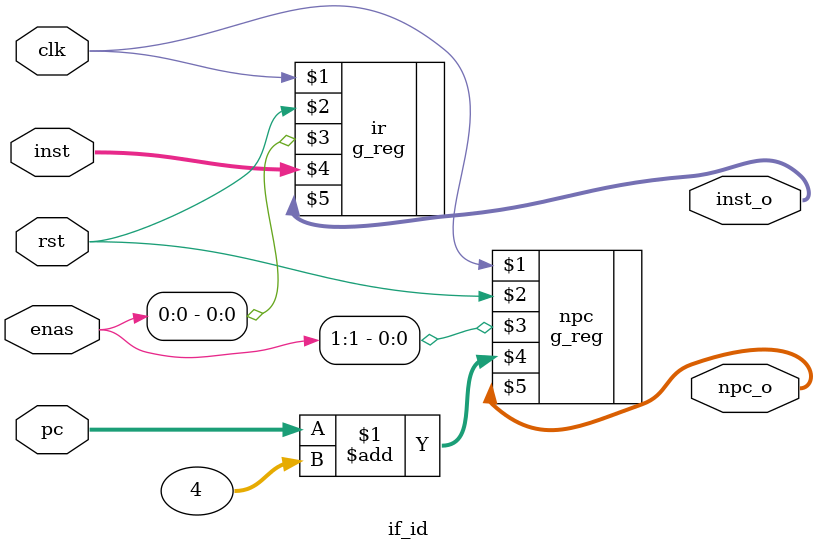
<source format=v>

module if_id(
    input clk,
    input rst,
    input [1:0]enas,
    input [31:0]pc,
    input [31:0]inst,

    output [31:0]npc_o,
    output [31:0]inst_o
);
g_reg npc(clk,rst,enas[1],pc+4,npc_o);
g_reg ir(clk,rst,enas[0],inst,inst_o);


endmodule // if_id
</source>
